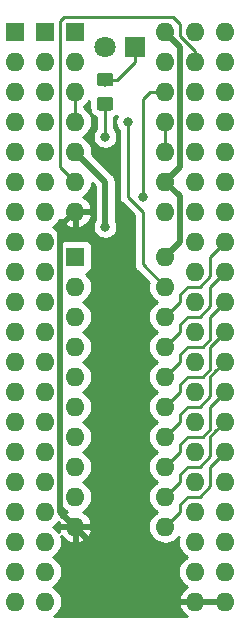
<source format=gtl>
G04 #@! TF.GenerationSoftware,KiCad,Pcbnew,(5.1.2-1)-1*
G04 #@! TF.CreationDate,2023-07-30T19:37:46+02:00*
G04 #@! TF.ProjectId,816to02,38313674-6f30-4322-9e6b-696361645f70,rev?*
G04 #@! TF.SameCoordinates,Original*
G04 #@! TF.FileFunction,Copper,L1,Top*
G04 #@! TF.FilePolarity,Positive*
%FSLAX46Y46*%
G04 Gerber Fmt 4.6, Leading zero omitted, Abs format (unit mm)*
G04 Created by KiCad (PCBNEW (5.1.2-1)-1) date 2023-07-30 19:37:46*
%MOMM*%
%LPD*%
G04 APERTURE LIST*
%ADD10O,1.600000X1.600000*%
%ADD11R,1.600000X1.600000*%
%ADD12C,0.100000*%
%ADD13C,1.150000*%
%ADD14C,1.800000*%
%ADD15R,1.800000X1.800000*%
%ADD16C,0.800000*%
%ADD17C,0.250000*%
%ADD18C,0.500000*%
%ADD19C,0.254000*%
G04 APERTURE END LIST*
D10*
X33655000Y-24130000D03*
X18415000Y-72390000D03*
X33655000Y-26670000D03*
X18415000Y-69850000D03*
X33655000Y-29210000D03*
X18415000Y-67310000D03*
X33655000Y-31750000D03*
X18415000Y-64770000D03*
X33655000Y-34290000D03*
X18415000Y-62230000D03*
X33655000Y-36830000D03*
X18415000Y-59690000D03*
X33655000Y-39370000D03*
X18415000Y-57150000D03*
X33655000Y-41910000D03*
X18415000Y-54610000D03*
X33655000Y-44450000D03*
X18415000Y-52070000D03*
X33655000Y-46990000D03*
X18415000Y-49530000D03*
X33655000Y-49530000D03*
X18415000Y-46990000D03*
X33655000Y-52070000D03*
X18415000Y-44450000D03*
X33655000Y-54610000D03*
X18415000Y-41910000D03*
X33655000Y-57150000D03*
X18415000Y-39370000D03*
X33655000Y-59690000D03*
X18415000Y-36830000D03*
X33655000Y-62230000D03*
X18415000Y-34290000D03*
X33655000Y-64770000D03*
X18415000Y-31750000D03*
X33655000Y-67310000D03*
X18415000Y-29210000D03*
X33655000Y-69850000D03*
X18415000Y-26670000D03*
X33655000Y-72390000D03*
D11*
X18415000Y-24130000D03*
D12*
G36*
X26509505Y-27611204D02*
G01*
X26533773Y-27614804D01*
X26557572Y-27620765D01*
X26580671Y-27629030D01*
X26602850Y-27639520D01*
X26623893Y-27652132D01*
X26643599Y-27666747D01*
X26661777Y-27683223D01*
X26678253Y-27701401D01*
X26692868Y-27721107D01*
X26705480Y-27742150D01*
X26715970Y-27764329D01*
X26724235Y-27787428D01*
X26730196Y-27811227D01*
X26733796Y-27835495D01*
X26735000Y-27859999D01*
X26735000Y-28510001D01*
X26733796Y-28534505D01*
X26730196Y-28558773D01*
X26724235Y-28582572D01*
X26715970Y-28605671D01*
X26705480Y-28627850D01*
X26692868Y-28648893D01*
X26678253Y-28668599D01*
X26661777Y-28686777D01*
X26643599Y-28703253D01*
X26623893Y-28717868D01*
X26602850Y-28730480D01*
X26580671Y-28740970D01*
X26557572Y-28749235D01*
X26533773Y-28755196D01*
X26509505Y-28758796D01*
X26485001Y-28760000D01*
X25584999Y-28760000D01*
X25560495Y-28758796D01*
X25536227Y-28755196D01*
X25512428Y-28749235D01*
X25489329Y-28740970D01*
X25467150Y-28730480D01*
X25446107Y-28717868D01*
X25426401Y-28703253D01*
X25408223Y-28686777D01*
X25391747Y-28668599D01*
X25377132Y-28648893D01*
X25364520Y-28627850D01*
X25354030Y-28605671D01*
X25345765Y-28582572D01*
X25339804Y-28558773D01*
X25336204Y-28534505D01*
X25335000Y-28510001D01*
X25335000Y-27859999D01*
X25336204Y-27835495D01*
X25339804Y-27811227D01*
X25345765Y-27787428D01*
X25354030Y-27764329D01*
X25364520Y-27742150D01*
X25377132Y-27721107D01*
X25391747Y-27701401D01*
X25408223Y-27683223D01*
X25426401Y-27666747D01*
X25446107Y-27652132D01*
X25467150Y-27639520D01*
X25489329Y-27629030D01*
X25512428Y-27620765D01*
X25536227Y-27614804D01*
X25560495Y-27611204D01*
X25584999Y-27610000D01*
X26485001Y-27610000D01*
X26509505Y-27611204D01*
X26509505Y-27611204D01*
G37*
D13*
X26035000Y-28185000D03*
D12*
G36*
X26509505Y-29661204D02*
G01*
X26533773Y-29664804D01*
X26557572Y-29670765D01*
X26580671Y-29679030D01*
X26602850Y-29689520D01*
X26623893Y-29702132D01*
X26643599Y-29716747D01*
X26661777Y-29733223D01*
X26678253Y-29751401D01*
X26692868Y-29771107D01*
X26705480Y-29792150D01*
X26715970Y-29814329D01*
X26724235Y-29837428D01*
X26730196Y-29861227D01*
X26733796Y-29885495D01*
X26735000Y-29909999D01*
X26735000Y-30560001D01*
X26733796Y-30584505D01*
X26730196Y-30608773D01*
X26724235Y-30632572D01*
X26715970Y-30655671D01*
X26705480Y-30677850D01*
X26692868Y-30698893D01*
X26678253Y-30718599D01*
X26661777Y-30736777D01*
X26643599Y-30753253D01*
X26623893Y-30767868D01*
X26602850Y-30780480D01*
X26580671Y-30790970D01*
X26557572Y-30799235D01*
X26533773Y-30805196D01*
X26509505Y-30808796D01*
X26485001Y-30810000D01*
X25584999Y-30810000D01*
X25560495Y-30808796D01*
X25536227Y-30805196D01*
X25512428Y-30799235D01*
X25489329Y-30790970D01*
X25467150Y-30780480D01*
X25446107Y-30767868D01*
X25426401Y-30753253D01*
X25408223Y-30736777D01*
X25391747Y-30718599D01*
X25377132Y-30698893D01*
X25364520Y-30677850D01*
X25354030Y-30655671D01*
X25345765Y-30632572D01*
X25339804Y-30608773D01*
X25336204Y-30584505D01*
X25335000Y-30560001D01*
X25335000Y-29909999D01*
X25336204Y-29885495D01*
X25339804Y-29861227D01*
X25345765Y-29837428D01*
X25354030Y-29814329D01*
X25364520Y-29792150D01*
X25377132Y-29771107D01*
X25391747Y-29751401D01*
X25408223Y-29733223D01*
X25426401Y-29716747D01*
X25446107Y-29702132D01*
X25467150Y-29689520D01*
X25489329Y-29679030D01*
X25512428Y-29670765D01*
X25536227Y-29664804D01*
X25560495Y-29661204D01*
X25584999Y-29660000D01*
X26485001Y-29660000D01*
X26509505Y-29661204D01*
X26509505Y-29661204D01*
G37*
D13*
X26035000Y-30235000D03*
D14*
X26035000Y-25400000D03*
D15*
X28575000Y-25400000D03*
D10*
X31115000Y-24130000D03*
X23495000Y-39370000D03*
X31115000Y-26670000D03*
X23495000Y-36830000D03*
X31115000Y-29210000D03*
X23495000Y-34290000D03*
X31115000Y-31750000D03*
X23495000Y-31750000D03*
X31115000Y-34290000D03*
X23495000Y-29210000D03*
X31115000Y-36830000D03*
X23495000Y-26670000D03*
X31115000Y-39370000D03*
D11*
X23495000Y-24130000D03*
D10*
X31115000Y-43180000D03*
X23495000Y-66040000D03*
X31115000Y-45720000D03*
X23495000Y-63500000D03*
X31115000Y-48260000D03*
X23495000Y-60960000D03*
X31115000Y-50800000D03*
X23495000Y-58420000D03*
X31115000Y-53340000D03*
X23495000Y-55880000D03*
X31115000Y-55880000D03*
X23495000Y-53340000D03*
X31115000Y-58420000D03*
X23495000Y-50800000D03*
X31115000Y-60960000D03*
X23495000Y-48260000D03*
X31115000Y-63500000D03*
X23495000Y-45720000D03*
X31115000Y-66040000D03*
D11*
X23495000Y-43180000D03*
D10*
X36195000Y-24130000D03*
X20955000Y-72390000D03*
X36195000Y-26670000D03*
X20955000Y-69850000D03*
X36195000Y-29210000D03*
X20955000Y-67310000D03*
X36195000Y-31750000D03*
X20955000Y-64770000D03*
X36195000Y-34290000D03*
X20955000Y-62230000D03*
X36195000Y-36830000D03*
X20955000Y-59690000D03*
X36195000Y-39370000D03*
X20955000Y-57150000D03*
X36195000Y-41910000D03*
X20955000Y-54610000D03*
X36195000Y-44450000D03*
X20955000Y-52070000D03*
X36195000Y-46990000D03*
X20955000Y-49530000D03*
X36195000Y-49530000D03*
X20955000Y-46990000D03*
X36195000Y-52070000D03*
X20955000Y-44450000D03*
X36195000Y-54610000D03*
X20955000Y-41910000D03*
X36195000Y-57150000D03*
X20955000Y-39370000D03*
X36195000Y-59690000D03*
X20955000Y-36830000D03*
X36195000Y-62230000D03*
X20955000Y-34290000D03*
X36195000Y-64770000D03*
X20955000Y-31750000D03*
X36195000Y-67310000D03*
X20955000Y-29210000D03*
X36195000Y-69850000D03*
X20955000Y-26670000D03*
X36195000Y-72390000D03*
D11*
X20955000Y-24130000D03*
D16*
X26035000Y-40640000D03*
X27940000Y-31750000D03*
X29210000Y-38100000D03*
X26035000Y-33020000D03*
D17*
X31750000Y-22860000D02*
X32385000Y-23495000D01*
X23495000Y-36830000D02*
X22225000Y-35560000D01*
X22579998Y-22860000D02*
X31750000Y-22860000D01*
X22225000Y-23214998D02*
X22579998Y-22860000D01*
X22225000Y-35560000D02*
X22225000Y-23214998D01*
X33655000Y-25795002D02*
X33655000Y-26670000D01*
X32385000Y-24525002D02*
X33655000Y-25795002D01*
X32385000Y-23495000D02*
X32385000Y-24525002D01*
D18*
X31115000Y-36830000D02*
X32385000Y-35560000D01*
X32385000Y-35560000D02*
X32385000Y-25400000D01*
X32385000Y-25400000D02*
X31115000Y-24130000D01*
X32365001Y-41929999D02*
X31914999Y-42380001D01*
X31914999Y-42380001D02*
X31115000Y-43180000D01*
X32365001Y-38080001D02*
X32365001Y-41929999D01*
X31115000Y-36830000D02*
X32365001Y-38080001D01*
X26035000Y-40640000D02*
X26035000Y-36830000D01*
X26035000Y-36830000D02*
X23495000Y-34290000D01*
D17*
X23495000Y-29210000D02*
X23495000Y-31750000D01*
X27940000Y-38100000D02*
X27940000Y-31750000D01*
X29210000Y-39370000D02*
X27940000Y-38100000D01*
X29210000Y-43815000D02*
X29210000Y-39370000D01*
X31115000Y-45720000D02*
X29210000Y-43815000D01*
X27940000Y-31750000D02*
X27940000Y-31750000D01*
D18*
X33655000Y-72390000D02*
X36195000Y-72390000D01*
X33655000Y-72390000D02*
X32965002Y-72390000D01*
X22244999Y-64789999D02*
X23495000Y-66040000D01*
X22244999Y-40620001D02*
X22244999Y-64789999D01*
X23495000Y-39370000D02*
X22244999Y-40620001D01*
X29845000Y-72390000D02*
X33655000Y-72390000D01*
X23495000Y-66040000D02*
X29845000Y-72390000D01*
D17*
X34925000Y-43180000D02*
X36195000Y-41910000D01*
X34925000Y-44845002D02*
X34925000Y-43180000D01*
X34050002Y-45720000D02*
X34925000Y-44845002D01*
X33020000Y-45720000D02*
X34050002Y-45720000D01*
X32385000Y-46355000D02*
X33020000Y-45720000D01*
X32385000Y-46990000D02*
X31115000Y-48260000D01*
X32385000Y-46355000D02*
X32385000Y-46990000D01*
X33020000Y-48260000D02*
X32385000Y-48895000D01*
X34050002Y-48260000D02*
X33020000Y-48260000D01*
X34925000Y-45720000D02*
X34925000Y-47385002D01*
X34925000Y-47385002D02*
X34050002Y-48260000D01*
X36195000Y-44450000D02*
X34925000Y-45720000D01*
X32385000Y-48895000D02*
X32385000Y-49530000D01*
X32385000Y-49530000D02*
X31115000Y-50800000D01*
X32385000Y-51435000D02*
X32385000Y-52070000D01*
X33020000Y-50800000D02*
X32385000Y-51435000D01*
X34290000Y-50800000D02*
X33020000Y-50800000D01*
X32385000Y-52070000D02*
X31115000Y-53340000D01*
X36195000Y-46990000D02*
X34925000Y-48260000D01*
X34925000Y-50165000D02*
X34290000Y-50800000D01*
X34925000Y-48260000D02*
X34925000Y-50165000D01*
X35395001Y-50329999D02*
X36195000Y-49530000D01*
X34925000Y-52705000D02*
X34925000Y-50801410D01*
X35395001Y-50331409D02*
X35395001Y-50329999D01*
X34925000Y-50801410D02*
X35395001Y-50331409D01*
X32385000Y-54610000D02*
X32385000Y-53975000D01*
X33020000Y-53340000D02*
X34290000Y-53340000D01*
X31115000Y-55880000D02*
X32385000Y-54610000D01*
X34290000Y-53340000D02*
X34925000Y-52705000D01*
X32385000Y-53975000D02*
X33020000Y-53340000D01*
X35375010Y-52889990D02*
X35375009Y-52891401D01*
X36195000Y-52070000D02*
X35375010Y-52889990D01*
X35375009Y-52891401D02*
X34925000Y-53341410D01*
X34925000Y-55005002D02*
X34050002Y-55880000D01*
X34925000Y-53341410D02*
X34925000Y-55005002D01*
X34050002Y-55880000D02*
X33020000Y-55880000D01*
X33020000Y-55880000D02*
X32385000Y-56515000D01*
X32385000Y-56515000D02*
X32385000Y-57150000D01*
X32385000Y-57150000D02*
X31115000Y-58420000D01*
X32385000Y-59690000D02*
X31115000Y-60960000D01*
X34290000Y-58420000D02*
X33020000Y-58420000D01*
X32385000Y-59055000D02*
X32385000Y-59690000D01*
X33020000Y-58420000D02*
X32385000Y-59055000D01*
X34925000Y-57785000D02*
X34290000Y-58420000D01*
X34925000Y-55880000D02*
X34925000Y-57785000D01*
X36195000Y-54610000D02*
X34925000Y-55880000D01*
X32385000Y-62230000D02*
X31115000Y-63500000D01*
X32385000Y-61595000D02*
X32385000Y-62230000D01*
X34050002Y-60960000D02*
X33020000Y-60960000D01*
X34925000Y-60085002D02*
X34050002Y-60960000D01*
X33020000Y-60960000D02*
X32385000Y-61595000D01*
X34925000Y-58421410D02*
X34925000Y-60085002D01*
X35375009Y-57971401D02*
X34925000Y-58421410D01*
X35375010Y-57969990D02*
X35375009Y-57971401D01*
X36195000Y-57150000D02*
X35375010Y-57969990D01*
X29845000Y-29210000D02*
X31115000Y-29210000D01*
X29210000Y-29845000D02*
X29845000Y-29210000D01*
X29210000Y-38100000D02*
X29210000Y-29845000D01*
X32385000Y-64770000D02*
X31115000Y-66040000D01*
X32385000Y-64135000D02*
X32385000Y-64770000D01*
X34050002Y-63500000D02*
X33020000Y-63500000D01*
X34925000Y-62625002D02*
X34050002Y-63500000D01*
X33020000Y-63500000D02*
X32385000Y-64135000D01*
X34925000Y-60960000D02*
X34925000Y-62625002D01*
X36195000Y-59690000D02*
X34925000Y-60960000D01*
X31115000Y-31750000D02*
X31115000Y-34290000D01*
X26035000Y-28185000D02*
X27060000Y-28185000D01*
X28575000Y-26670000D02*
X28575000Y-25400000D01*
X27060000Y-28185000D02*
X28575000Y-26670000D01*
X26035000Y-30235000D02*
X26035000Y-33020000D01*
D19*
G36*
X24696928Y-30560001D02*
G01*
X24713992Y-30733255D01*
X24764528Y-30899851D01*
X24846595Y-31053387D01*
X24957038Y-31187962D01*
X25091613Y-31298405D01*
X25245149Y-31380472D01*
X25275000Y-31389527D01*
X25275001Y-32316288D01*
X25231063Y-32360226D01*
X25117795Y-32529744D01*
X25039774Y-32718102D01*
X25000000Y-32918061D01*
X25000000Y-33121939D01*
X25039774Y-33321898D01*
X25117795Y-33510256D01*
X25231063Y-33679774D01*
X25375226Y-33823937D01*
X25544744Y-33937205D01*
X25733102Y-34015226D01*
X25933061Y-34055000D01*
X26136939Y-34055000D01*
X26336898Y-34015226D01*
X26525256Y-33937205D01*
X26694774Y-33823937D01*
X26838937Y-33679774D01*
X26952205Y-33510256D01*
X27030226Y-33321898D01*
X27070000Y-33121939D01*
X27070000Y-32918061D01*
X27030226Y-32718102D01*
X26952205Y-32529744D01*
X26838937Y-32360226D01*
X26795000Y-32316289D01*
X26795000Y-31389527D01*
X26824851Y-31380472D01*
X26978387Y-31298405D01*
X27021404Y-31263102D01*
X26944774Y-31448102D01*
X26905000Y-31648061D01*
X26905000Y-31851939D01*
X26944774Y-32051898D01*
X27022795Y-32240256D01*
X27136063Y-32409774D01*
X27180001Y-32453712D01*
X27180000Y-38062677D01*
X27176324Y-38100000D01*
X27180000Y-38137322D01*
X27180000Y-38137332D01*
X27190997Y-38248985D01*
X27221758Y-38350392D01*
X27234454Y-38392246D01*
X27305026Y-38524276D01*
X27341648Y-38568899D01*
X27399999Y-38640001D01*
X27429003Y-38663804D01*
X28450001Y-39684803D01*
X28450000Y-43777677D01*
X28446324Y-43815000D01*
X28450000Y-43852322D01*
X28450000Y-43852332D01*
X28460997Y-43963985D01*
X28501043Y-44096000D01*
X28504454Y-44107246D01*
X28575026Y-44239276D01*
X28609435Y-44281203D01*
X28669999Y-44355001D01*
X28699003Y-44378804D01*
X29714292Y-45394094D01*
X29700764Y-45438691D01*
X29673057Y-45720000D01*
X29700764Y-46001309D01*
X29782818Y-46271808D01*
X29916068Y-46521101D01*
X30095392Y-46739608D01*
X30313899Y-46918932D01*
X30446858Y-46990000D01*
X30313899Y-47061068D01*
X30095392Y-47240392D01*
X29916068Y-47458899D01*
X29782818Y-47708192D01*
X29700764Y-47978691D01*
X29673057Y-48260000D01*
X29700764Y-48541309D01*
X29782818Y-48811808D01*
X29916068Y-49061101D01*
X30095392Y-49279608D01*
X30313899Y-49458932D01*
X30446858Y-49530000D01*
X30313899Y-49601068D01*
X30095392Y-49780392D01*
X29916068Y-49998899D01*
X29782818Y-50248192D01*
X29700764Y-50518691D01*
X29673057Y-50800000D01*
X29700764Y-51081309D01*
X29782818Y-51351808D01*
X29916068Y-51601101D01*
X30095392Y-51819608D01*
X30313899Y-51998932D01*
X30446858Y-52070000D01*
X30313899Y-52141068D01*
X30095392Y-52320392D01*
X29916068Y-52538899D01*
X29782818Y-52788192D01*
X29700764Y-53058691D01*
X29673057Y-53340000D01*
X29700764Y-53621309D01*
X29782818Y-53891808D01*
X29916068Y-54141101D01*
X30095392Y-54359608D01*
X30313899Y-54538932D01*
X30446858Y-54610000D01*
X30313899Y-54681068D01*
X30095392Y-54860392D01*
X29916068Y-55078899D01*
X29782818Y-55328192D01*
X29700764Y-55598691D01*
X29673057Y-55880000D01*
X29700764Y-56161309D01*
X29782818Y-56431808D01*
X29916068Y-56681101D01*
X30095392Y-56899608D01*
X30313899Y-57078932D01*
X30446858Y-57150000D01*
X30313899Y-57221068D01*
X30095392Y-57400392D01*
X29916068Y-57618899D01*
X29782818Y-57868192D01*
X29700764Y-58138691D01*
X29673057Y-58420000D01*
X29700764Y-58701309D01*
X29782818Y-58971808D01*
X29916068Y-59221101D01*
X30095392Y-59439608D01*
X30313899Y-59618932D01*
X30446858Y-59690000D01*
X30313899Y-59761068D01*
X30095392Y-59940392D01*
X29916068Y-60158899D01*
X29782818Y-60408192D01*
X29700764Y-60678691D01*
X29673057Y-60960000D01*
X29700764Y-61241309D01*
X29782818Y-61511808D01*
X29916068Y-61761101D01*
X30095392Y-61979608D01*
X30313899Y-62158932D01*
X30446858Y-62230000D01*
X30313899Y-62301068D01*
X30095392Y-62480392D01*
X29916068Y-62698899D01*
X29782818Y-62948192D01*
X29700764Y-63218691D01*
X29673057Y-63500000D01*
X29700764Y-63781309D01*
X29782818Y-64051808D01*
X29916068Y-64301101D01*
X30095392Y-64519608D01*
X30313899Y-64698932D01*
X30446858Y-64770000D01*
X30313899Y-64841068D01*
X30095392Y-65020392D01*
X29916068Y-65238899D01*
X29782818Y-65488192D01*
X29700764Y-65758691D01*
X29673057Y-66040000D01*
X29700764Y-66321309D01*
X29782818Y-66591808D01*
X29916068Y-66841101D01*
X30095392Y-67059608D01*
X30313899Y-67238932D01*
X30563192Y-67372182D01*
X30833691Y-67454236D01*
X31044508Y-67475000D01*
X31185492Y-67475000D01*
X31396309Y-67454236D01*
X31666808Y-67372182D01*
X31916101Y-67238932D01*
X32134608Y-67059608D01*
X32288132Y-66872539D01*
X32240764Y-67028691D01*
X32213057Y-67310000D01*
X32240764Y-67591309D01*
X32322818Y-67861808D01*
X32456068Y-68111101D01*
X32635392Y-68329608D01*
X32853899Y-68508932D01*
X32986858Y-68580000D01*
X32853899Y-68651068D01*
X32635392Y-68830392D01*
X32456068Y-69048899D01*
X32322818Y-69298192D01*
X32240764Y-69568691D01*
X32213057Y-69850000D01*
X32240764Y-70131309D01*
X32322818Y-70401808D01*
X32456068Y-70651101D01*
X32635392Y-70869608D01*
X32853899Y-71048932D01*
X32991682Y-71122579D01*
X32799869Y-71237615D01*
X32591481Y-71426586D01*
X32423963Y-71652580D01*
X32303754Y-71906913D01*
X32263096Y-72040961D01*
X32385085Y-72263000D01*
X33528000Y-72263000D01*
X33528000Y-72243000D01*
X33782000Y-72243000D01*
X33782000Y-72263000D01*
X34924915Y-72263000D01*
X34925000Y-72262845D01*
X34925085Y-72263000D01*
X36068000Y-72263000D01*
X36068000Y-72243000D01*
X36322000Y-72243000D01*
X36322000Y-72263000D01*
X36342000Y-72263000D01*
X36342000Y-72517000D01*
X36322000Y-72517000D01*
X36322000Y-72537000D01*
X36068000Y-72537000D01*
X36068000Y-72517000D01*
X34925085Y-72517000D01*
X34925000Y-72517155D01*
X34924915Y-72517000D01*
X33782000Y-72517000D01*
X33782000Y-72537000D01*
X33528000Y-72537000D01*
X33528000Y-72517000D01*
X32385085Y-72517000D01*
X32263096Y-72739039D01*
X32303754Y-72873087D01*
X32423963Y-73127420D01*
X32591481Y-73353414D01*
X32799869Y-73542385D01*
X32954297Y-73635000D01*
X21669914Y-73635000D01*
X21756101Y-73588932D01*
X21974608Y-73409608D01*
X22153932Y-73191101D01*
X22287182Y-72941808D01*
X22369236Y-72671309D01*
X22396943Y-72390000D01*
X22369236Y-72108691D01*
X22287182Y-71838192D01*
X22153932Y-71588899D01*
X21974608Y-71370392D01*
X21756101Y-71191068D01*
X21623142Y-71120000D01*
X21756101Y-71048932D01*
X21974608Y-70869608D01*
X22153932Y-70651101D01*
X22287182Y-70401808D01*
X22369236Y-70131309D01*
X22396943Y-69850000D01*
X22369236Y-69568691D01*
X22287182Y-69298192D01*
X22153932Y-69048899D01*
X21974608Y-68830392D01*
X21756101Y-68651068D01*
X21623142Y-68580000D01*
X21756101Y-68508932D01*
X21974608Y-68329608D01*
X22153932Y-68111101D01*
X22287182Y-67861808D01*
X22369236Y-67591309D01*
X22396943Y-67310000D01*
X22369236Y-67028691D01*
X22313139Y-66843762D01*
X22431481Y-67003414D01*
X22639869Y-67192385D01*
X22881119Y-67337070D01*
X23145960Y-67431909D01*
X23368000Y-67310624D01*
X23368000Y-66167000D01*
X23622000Y-66167000D01*
X23622000Y-67310624D01*
X23844040Y-67431909D01*
X24108881Y-67337070D01*
X24350131Y-67192385D01*
X24558519Y-67003414D01*
X24726037Y-66777420D01*
X24846246Y-66523087D01*
X24886904Y-66389039D01*
X24764915Y-66167000D01*
X23622000Y-66167000D01*
X23368000Y-66167000D01*
X22225085Y-66167000D01*
X22103096Y-66389039D01*
X22130961Y-66480909D01*
X21974608Y-66290392D01*
X21756101Y-66111068D01*
X21623142Y-66040000D01*
X21756101Y-65968932D01*
X21974608Y-65789608D01*
X22130961Y-65599091D01*
X22103096Y-65690961D01*
X22225085Y-65913000D01*
X23368000Y-65913000D01*
X23368000Y-65893000D01*
X23622000Y-65893000D01*
X23622000Y-65913000D01*
X24764915Y-65913000D01*
X24886904Y-65690961D01*
X24846246Y-65556913D01*
X24726037Y-65302580D01*
X24558519Y-65076586D01*
X24350131Y-64887615D01*
X24158318Y-64772579D01*
X24296101Y-64698932D01*
X24514608Y-64519608D01*
X24693932Y-64301101D01*
X24827182Y-64051808D01*
X24909236Y-63781309D01*
X24936943Y-63500000D01*
X24909236Y-63218691D01*
X24827182Y-62948192D01*
X24693932Y-62698899D01*
X24514608Y-62480392D01*
X24296101Y-62301068D01*
X24163142Y-62230000D01*
X24296101Y-62158932D01*
X24514608Y-61979608D01*
X24693932Y-61761101D01*
X24827182Y-61511808D01*
X24909236Y-61241309D01*
X24936943Y-60960000D01*
X24909236Y-60678691D01*
X24827182Y-60408192D01*
X24693932Y-60158899D01*
X24514608Y-59940392D01*
X24296101Y-59761068D01*
X24163142Y-59690000D01*
X24296101Y-59618932D01*
X24514608Y-59439608D01*
X24693932Y-59221101D01*
X24827182Y-58971808D01*
X24909236Y-58701309D01*
X24936943Y-58420000D01*
X24909236Y-58138691D01*
X24827182Y-57868192D01*
X24693932Y-57618899D01*
X24514608Y-57400392D01*
X24296101Y-57221068D01*
X24163142Y-57150000D01*
X24296101Y-57078932D01*
X24514608Y-56899608D01*
X24693932Y-56681101D01*
X24827182Y-56431808D01*
X24909236Y-56161309D01*
X24936943Y-55880000D01*
X24909236Y-55598691D01*
X24827182Y-55328192D01*
X24693932Y-55078899D01*
X24514608Y-54860392D01*
X24296101Y-54681068D01*
X24163142Y-54610000D01*
X24296101Y-54538932D01*
X24514608Y-54359608D01*
X24693932Y-54141101D01*
X24827182Y-53891808D01*
X24909236Y-53621309D01*
X24936943Y-53340000D01*
X24909236Y-53058691D01*
X24827182Y-52788192D01*
X24693932Y-52538899D01*
X24514608Y-52320392D01*
X24296101Y-52141068D01*
X24163142Y-52070000D01*
X24296101Y-51998932D01*
X24514608Y-51819608D01*
X24693932Y-51601101D01*
X24827182Y-51351808D01*
X24909236Y-51081309D01*
X24936943Y-50800000D01*
X24909236Y-50518691D01*
X24827182Y-50248192D01*
X24693932Y-49998899D01*
X24514608Y-49780392D01*
X24296101Y-49601068D01*
X24163142Y-49530000D01*
X24296101Y-49458932D01*
X24514608Y-49279608D01*
X24693932Y-49061101D01*
X24827182Y-48811808D01*
X24909236Y-48541309D01*
X24936943Y-48260000D01*
X24909236Y-47978691D01*
X24827182Y-47708192D01*
X24693932Y-47458899D01*
X24514608Y-47240392D01*
X24296101Y-47061068D01*
X24163142Y-46990000D01*
X24296101Y-46918932D01*
X24514608Y-46739608D01*
X24693932Y-46521101D01*
X24827182Y-46271808D01*
X24909236Y-46001309D01*
X24936943Y-45720000D01*
X24909236Y-45438691D01*
X24827182Y-45168192D01*
X24693932Y-44918899D01*
X24514608Y-44700392D01*
X24401518Y-44607581D01*
X24419482Y-44605812D01*
X24539180Y-44569502D01*
X24649494Y-44510537D01*
X24746185Y-44431185D01*
X24825537Y-44334494D01*
X24884502Y-44224180D01*
X24920812Y-44104482D01*
X24933072Y-43980000D01*
X24933072Y-42380000D01*
X24920812Y-42255518D01*
X24884502Y-42135820D01*
X24825537Y-42025506D01*
X24746185Y-41928815D01*
X24649494Y-41849463D01*
X24539180Y-41790498D01*
X24419482Y-41754188D01*
X24295000Y-41741928D01*
X22695000Y-41741928D01*
X22570518Y-41754188D01*
X22450820Y-41790498D01*
X22388456Y-41823833D01*
X22369236Y-41628691D01*
X22287182Y-41358192D01*
X22153932Y-41108899D01*
X21974608Y-40890392D01*
X21756101Y-40711068D01*
X21623142Y-40640000D01*
X21756101Y-40568932D01*
X21974608Y-40389608D01*
X22153932Y-40171101D01*
X22228301Y-40031967D01*
X22263963Y-40107420D01*
X22431481Y-40333414D01*
X22639869Y-40522385D01*
X22881119Y-40667070D01*
X23145960Y-40761909D01*
X23368000Y-40640624D01*
X23368000Y-39497000D01*
X23622000Y-39497000D01*
X23622000Y-40640624D01*
X23844040Y-40761909D01*
X24108881Y-40667070D01*
X24350131Y-40522385D01*
X24558519Y-40333414D01*
X24726037Y-40107420D01*
X24846246Y-39853087D01*
X24886904Y-39719039D01*
X24764915Y-39497000D01*
X23622000Y-39497000D01*
X23368000Y-39497000D01*
X23348000Y-39497000D01*
X23348000Y-39243000D01*
X23368000Y-39243000D01*
X23368000Y-39223000D01*
X23622000Y-39223000D01*
X23622000Y-39243000D01*
X24764915Y-39243000D01*
X24886904Y-39020961D01*
X24846246Y-38886913D01*
X24726037Y-38632580D01*
X24558519Y-38406586D01*
X24350131Y-38217615D01*
X24158318Y-38102579D01*
X24296101Y-38028932D01*
X24514608Y-37849608D01*
X24693932Y-37631101D01*
X24827182Y-37381808D01*
X24909236Y-37111309D01*
X24923178Y-36969757D01*
X25150001Y-37196580D01*
X25150000Y-40101545D01*
X25117795Y-40149744D01*
X25039774Y-40338102D01*
X25000000Y-40538061D01*
X25000000Y-40741939D01*
X25039774Y-40941898D01*
X25117795Y-41130256D01*
X25231063Y-41299774D01*
X25375226Y-41443937D01*
X25544744Y-41557205D01*
X25733102Y-41635226D01*
X25933061Y-41675000D01*
X26136939Y-41675000D01*
X26336898Y-41635226D01*
X26525256Y-41557205D01*
X26694774Y-41443937D01*
X26838937Y-41299774D01*
X26952205Y-41130256D01*
X27030226Y-40941898D01*
X27070000Y-40741939D01*
X27070000Y-40538061D01*
X27030226Y-40338102D01*
X26952205Y-40149744D01*
X26920000Y-40101546D01*
X26920000Y-36873465D01*
X26924281Y-36829999D01*
X26920000Y-36786533D01*
X26920000Y-36786523D01*
X26907195Y-36656510D01*
X26856589Y-36489687D01*
X26774411Y-36335941D01*
X26716639Y-36265546D01*
X26691532Y-36234953D01*
X26691530Y-36234951D01*
X26663817Y-36201183D01*
X26630049Y-36173470D01*
X24919875Y-34463296D01*
X24936943Y-34290000D01*
X24909236Y-34008691D01*
X24827182Y-33738192D01*
X24693932Y-33488899D01*
X24514608Y-33270392D01*
X24296101Y-33091068D01*
X24163142Y-33020000D01*
X24296101Y-32948932D01*
X24514608Y-32769608D01*
X24693932Y-32551101D01*
X24827182Y-32301808D01*
X24909236Y-32031309D01*
X24936943Y-31750000D01*
X24909236Y-31468691D01*
X24827182Y-31198192D01*
X24693932Y-30948899D01*
X24514608Y-30730392D01*
X24296101Y-30551068D01*
X24255000Y-30529099D01*
X24255000Y-30430901D01*
X24296101Y-30408932D01*
X24514608Y-30229608D01*
X24693932Y-30011101D01*
X24696928Y-30005496D01*
X24696928Y-30560001D01*
X24696928Y-30560001D01*
G37*
X24696928Y-30560001D02*
X24713992Y-30733255D01*
X24764528Y-30899851D01*
X24846595Y-31053387D01*
X24957038Y-31187962D01*
X25091613Y-31298405D01*
X25245149Y-31380472D01*
X25275000Y-31389527D01*
X25275001Y-32316288D01*
X25231063Y-32360226D01*
X25117795Y-32529744D01*
X25039774Y-32718102D01*
X25000000Y-32918061D01*
X25000000Y-33121939D01*
X25039774Y-33321898D01*
X25117795Y-33510256D01*
X25231063Y-33679774D01*
X25375226Y-33823937D01*
X25544744Y-33937205D01*
X25733102Y-34015226D01*
X25933061Y-34055000D01*
X26136939Y-34055000D01*
X26336898Y-34015226D01*
X26525256Y-33937205D01*
X26694774Y-33823937D01*
X26838937Y-33679774D01*
X26952205Y-33510256D01*
X27030226Y-33321898D01*
X27070000Y-33121939D01*
X27070000Y-32918061D01*
X27030226Y-32718102D01*
X26952205Y-32529744D01*
X26838937Y-32360226D01*
X26795000Y-32316289D01*
X26795000Y-31389527D01*
X26824851Y-31380472D01*
X26978387Y-31298405D01*
X27021404Y-31263102D01*
X26944774Y-31448102D01*
X26905000Y-31648061D01*
X26905000Y-31851939D01*
X26944774Y-32051898D01*
X27022795Y-32240256D01*
X27136063Y-32409774D01*
X27180001Y-32453712D01*
X27180000Y-38062677D01*
X27176324Y-38100000D01*
X27180000Y-38137322D01*
X27180000Y-38137332D01*
X27190997Y-38248985D01*
X27221758Y-38350392D01*
X27234454Y-38392246D01*
X27305026Y-38524276D01*
X27341648Y-38568899D01*
X27399999Y-38640001D01*
X27429003Y-38663804D01*
X28450001Y-39684803D01*
X28450000Y-43777677D01*
X28446324Y-43815000D01*
X28450000Y-43852322D01*
X28450000Y-43852332D01*
X28460997Y-43963985D01*
X28501043Y-44096000D01*
X28504454Y-44107246D01*
X28575026Y-44239276D01*
X28609435Y-44281203D01*
X28669999Y-44355001D01*
X28699003Y-44378804D01*
X29714292Y-45394094D01*
X29700764Y-45438691D01*
X29673057Y-45720000D01*
X29700764Y-46001309D01*
X29782818Y-46271808D01*
X29916068Y-46521101D01*
X30095392Y-46739608D01*
X30313899Y-46918932D01*
X30446858Y-46990000D01*
X30313899Y-47061068D01*
X30095392Y-47240392D01*
X29916068Y-47458899D01*
X29782818Y-47708192D01*
X29700764Y-47978691D01*
X29673057Y-48260000D01*
X29700764Y-48541309D01*
X29782818Y-48811808D01*
X29916068Y-49061101D01*
X30095392Y-49279608D01*
X30313899Y-49458932D01*
X30446858Y-49530000D01*
X30313899Y-49601068D01*
X30095392Y-49780392D01*
X29916068Y-49998899D01*
X29782818Y-50248192D01*
X29700764Y-50518691D01*
X29673057Y-50800000D01*
X29700764Y-51081309D01*
X29782818Y-51351808D01*
X29916068Y-51601101D01*
X30095392Y-51819608D01*
X30313899Y-51998932D01*
X30446858Y-52070000D01*
X30313899Y-52141068D01*
X30095392Y-52320392D01*
X29916068Y-52538899D01*
X29782818Y-52788192D01*
X29700764Y-53058691D01*
X29673057Y-53340000D01*
X29700764Y-53621309D01*
X29782818Y-53891808D01*
X29916068Y-54141101D01*
X30095392Y-54359608D01*
X30313899Y-54538932D01*
X30446858Y-54610000D01*
X30313899Y-54681068D01*
X30095392Y-54860392D01*
X29916068Y-55078899D01*
X29782818Y-55328192D01*
X29700764Y-55598691D01*
X29673057Y-55880000D01*
X29700764Y-56161309D01*
X29782818Y-56431808D01*
X29916068Y-56681101D01*
X30095392Y-56899608D01*
X30313899Y-57078932D01*
X30446858Y-57150000D01*
X30313899Y-57221068D01*
X30095392Y-57400392D01*
X29916068Y-57618899D01*
X29782818Y-57868192D01*
X29700764Y-58138691D01*
X29673057Y-58420000D01*
X29700764Y-58701309D01*
X29782818Y-58971808D01*
X29916068Y-59221101D01*
X30095392Y-59439608D01*
X30313899Y-59618932D01*
X30446858Y-59690000D01*
X30313899Y-59761068D01*
X30095392Y-59940392D01*
X29916068Y-60158899D01*
X29782818Y-60408192D01*
X29700764Y-60678691D01*
X29673057Y-60960000D01*
X29700764Y-61241309D01*
X29782818Y-61511808D01*
X29916068Y-61761101D01*
X30095392Y-61979608D01*
X30313899Y-62158932D01*
X30446858Y-62230000D01*
X30313899Y-62301068D01*
X30095392Y-62480392D01*
X29916068Y-62698899D01*
X29782818Y-62948192D01*
X29700764Y-63218691D01*
X29673057Y-63500000D01*
X29700764Y-63781309D01*
X29782818Y-64051808D01*
X29916068Y-64301101D01*
X30095392Y-64519608D01*
X30313899Y-64698932D01*
X30446858Y-64770000D01*
X30313899Y-64841068D01*
X30095392Y-65020392D01*
X29916068Y-65238899D01*
X29782818Y-65488192D01*
X29700764Y-65758691D01*
X29673057Y-66040000D01*
X29700764Y-66321309D01*
X29782818Y-66591808D01*
X29916068Y-66841101D01*
X30095392Y-67059608D01*
X30313899Y-67238932D01*
X30563192Y-67372182D01*
X30833691Y-67454236D01*
X31044508Y-67475000D01*
X31185492Y-67475000D01*
X31396309Y-67454236D01*
X31666808Y-67372182D01*
X31916101Y-67238932D01*
X32134608Y-67059608D01*
X32288132Y-66872539D01*
X32240764Y-67028691D01*
X32213057Y-67310000D01*
X32240764Y-67591309D01*
X32322818Y-67861808D01*
X32456068Y-68111101D01*
X32635392Y-68329608D01*
X32853899Y-68508932D01*
X32986858Y-68580000D01*
X32853899Y-68651068D01*
X32635392Y-68830392D01*
X32456068Y-69048899D01*
X32322818Y-69298192D01*
X32240764Y-69568691D01*
X32213057Y-69850000D01*
X32240764Y-70131309D01*
X32322818Y-70401808D01*
X32456068Y-70651101D01*
X32635392Y-70869608D01*
X32853899Y-71048932D01*
X32991682Y-71122579D01*
X32799869Y-71237615D01*
X32591481Y-71426586D01*
X32423963Y-71652580D01*
X32303754Y-71906913D01*
X32263096Y-72040961D01*
X32385085Y-72263000D01*
X33528000Y-72263000D01*
X33528000Y-72243000D01*
X33782000Y-72243000D01*
X33782000Y-72263000D01*
X34924915Y-72263000D01*
X34925000Y-72262845D01*
X34925085Y-72263000D01*
X36068000Y-72263000D01*
X36068000Y-72243000D01*
X36322000Y-72243000D01*
X36322000Y-72263000D01*
X36342000Y-72263000D01*
X36342000Y-72517000D01*
X36322000Y-72517000D01*
X36322000Y-72537000D01*
X36068000Y-72537000D01*
X36068000Y-72517000D01*
X34925085Y-72517000D01*
X34925000Y-72517155D01*
X34924915Y-72517000D01*
X33782000Y-72517000D01*
X33782000Y-72537000D01*
X33528000Y-72537000D01*
X33528000Y-72517000D01*
X32385085Y-72517000D01*
X32263096Y-72739039D01*
X32303754Y-72873087D01*
X32423963Y-73127420D01*
X32591481Y-73353414D01*
X32799869Y-73542385D01*
X32954297Y-73635000D01*
X21669914Y-73635000D01*
X21756101Y-73588932D01*
X21974608Y-73409608D01*
X22153932Y-73191101D01*
X22287182Y-72941808D01*
X22369236Y-72671309D01*
X22396943Y-72390000D01*
X22369236Y-72108691D01*
X22287182Y-71838192D01*
X22153932Y-71588899D01*
X21974608Y-71370392D01*
X21756101Y-71191068D01*
X21623142Y-71120000D01*
X21756101Y-71048932D01*
X21974608Y-70869608D01*
X22153932Y-70651101D01*
X22287182Y-70401808D01*
X22369236Y-70131309D01*
X22396943Y-69850000D01*
X22369236Y-69568691D01*
X22287182Y-69298192D01*
X22153932Y-69048899D01*
X21974608Y-68830392D01*
X21756101Y-68651068D01*
X21623142Y-68580000D01*
X21756101Y-68508932D01*
X21974608Y-68329608D01*
X22153932Y-68111101D01*
X22287182Y-67861808D01*
X22369236Y-67591309D01*
X22396943Y-67310000D01*
X22369236Y-67028691D01*
X22313139Y-66843762D01*
X22431481Y-67003414D01*
X22639869Y-67192385D01*
X22881119Y-67337070D01*
X23145960Y-67431909D01*
X23368000Y-67310624D01*
X23368000Y-66167000D01*
X23622000Y-66167000D01*
X23622000Y-67310624D01*
X23844040Y-67431909D01*
X24108881Y-67337070D01*
X24350131Y-67192385D01*
X24558519Y-67003414D01*
X24726037Y-66777420D01*
X24846246Y-66523087D01*
X24886904Y-66389039D01*
X24764915Y-66167000D01*
X23622000Y-66167000D01*
X23368000Y-66167000D01*
X22225085Y-66167000D01*
X22103096Y-66389039D01*
X22130961Y-66480909D01*
X21974608Y-66290392D01*
X21756101Y-66111068D01*
X21623142Y-66040000D01*
X21756101Y-65968932D01*
X21974608Y-65789608D01*
X22130961Y-65599091D01*
X22103096Y-65690961D01*
X22225085Y-65913000D01*
X23368000Y-65913000D01*
X23368000Y-65893000D01*
X23622000Y-65893000D01*
X23622000Y-65913000D01*
X24764915Y-65913000D01*
X24886904Y-65690961D01*
X24846246Y-65556913D01*
X24726037Y-65302580D01*
X24558519Y-65076586D01*
X24350131Y-64887615D01*
X24158318Y-64772579D01*
X24296101Y-64698932D01*
X24514608Y-64519608D01*
X24693932Y-64301101D01*
X24827182Y-64051808D01*
X24909236Y-63781309D01*
X24936943Y-63500000D01*
X24909236Y-63218691D01*
X24827182Y-62948192D01*
X24693932Y-62698899D01*
X24514608Y-62480392D01*
X24296101Y-62301068D01*
X24163142Y-62230000D01*
X24296101Y-62158932D01*
X24514608Y-61979608D01*
X24693932Y-61761101D01*
X24827182Y-61511808D01*
X24909236Y-61241309D01*
X24936943Y-60960000D01*
X24909236Y-60678691D01*
X24827182Y-60408192D01*
X24693932Y-60158899D01*
X24514608Y-59940392D01*
X24296101Y-59761068D01*
X24163142Y-59690000D01*
X24296101Y-59618932D01*
X24514608Y-59439608D01*
X24693932Y-59221101D01*
X24827182Y-58971808D01*
X24909236Y-58701309D01*
X24936943Y-58420000D01*
X24909236Y-58138691D01*
X24827182Y-57868192D01*
X24693932Y-57618899D01*
X24514608Y-57400392D01*
X24296101Y-57221068D01*
X24163142Y-57150000D01*
X24296101Y-57078932D01*
X24514608Y-56899608D01*
X24693932Y-56681101D01*
X24827182Y-56431808D01*
X24909236Y-56161309D01*
X24936943Y-55880000D01*
X24909236Y-55598691D01*
X24827182Y-55328192D01*
X24693932Y-55078899D01*
X24514608Y-54860392D01*
X24296101Y-54681068D01*
X24163142Y-54610000D01*
X24296101Y-54538932D01*
X24514608Y-54359608D01*
X24693932Y-54141101D01*
X24827182Y-53891808D01*
X24909236Y-53621309D01*
X24936943Y-53340000D01*
X24909236Y-53058691D01*
X24827182Y-52788192D01*
X24693932Y-52538899D01*
X24514608Y-52320392D01*
X24296101Y-52141068D01*
X24163142Y-52070000D01*
X24296101Y-51998932D01*
X24514608Y-51819608D01*
X24693932Y-51601101D01*
X24827182Y-51351808D01*
X24909236Y-51081309D01*
X24936943Y-50800000D01*
X24909236Y-50518691D01*
X24827182Y-50248192D01*
X24693932Y-49998899D01*
X24514608Y-49780392D01*
X24296101Y-49601068D01*
X24163142Y-49530000D01*
X24296101Y-49458932D01*
X24514608Y-49279608D01*
X24693932Y-49061101D01*
X24827182Y-48811808D01*
X24909236Y-48541309D01*
X24936943Y-48260000D01*
X24909236Y-47978691D01*
X24827182Y-47708192D01*
X24693932Y-47458899D01*
X24514608Y-47240392D01*
X24296101Y-47061068D01*
X24163142Y-46990000D01*
X24296101Y-46918932D01*
X24514608Y-46739608D01*
X24693932Y-46521101D01*
X24827182Y-46271808D01*
X24909236Y-46001309D01*
X24936943Y-45720000D01*
X24909236Y-45438691D01*
X24827182Y-45168192D01*
X24693932Y-44918899D01*
X24514608Y-44700392D01*
X24401518Y-44607581D01*
X24419482Y-44605812D01*
X24539180Y-44569502D01*
X24649494Y-44510537D01*
X24746185Y-44431185D01*
X24825537Y-44334494D01*
X24884502Y-44224180D01*
X24920812Y-44104482D01*
X24933072Y-43980000D01*
X24933072Y-42380000D01*
X24920812Y-42255518D01*
X24884502Y-42135820D01*
X24825537Y-42025506D01*
X24746185Y-41928815D01*
X24649494Y-41849463D01*
X24539180Y-41790498D01*
X24419482Y-41754188D01*
X24295000Y-41741928D01*
X22695000Y-41741928D01*
X22570518Y-41754188D01*
X22450820Y-41790498D01*
X22388456Y-41823833D01*
X22369236Y-41628691D01*
X22287182Y-41358192D01*
X22153932Y-41108899D01*
X21974608Y-40890392D01*
X21756101Y-40711068D01*
X21623142Y-40640000D01*
X21756101Y-40568932D01*
X21974608Y-40389608D01*
X22153932Y-40171101D01*
X22228301Y-40031967D01*
X22263963Y-40107420D01*
X22431481Y-40333414D01*
X22639869Y-40522385D01*
X22881119Y-40667070D01*
X23145960Y-40761909D01*
X23368000Y-40640624D01*
X23368000Y-39497000D01*
X23622000Y-39497000D01*
X23622000Y-40640624D01*
X23844040Y-40761909D01*
X24108881Y-40667070D01*
X24350131Y-40522385D01*
X24558519Y-40333414D01*
X24726037Y-40107420D01*
X24846246Y-39853087D01*
X24886904Y-39719039D01*
X24764915Y-39497000D01*
X23622000Y-39497000D01*
X23368000Y-39497000D01*
X23348000Y-39497000D01*
X23348000Y-39243000D01*
X23368000Y-39243000D01*
X23368000Y-39223000D01*
X23622000Y-39223000D01*
X23622000Y-39243000D01*
X24764915Y-39243000D01*
X24886904Y-39020961D01*
X24846246Y-38886913D01*
X24726037Y-38632580D01*
X24558519Y-38406586D01*
X24350131Y-38217615D01*
X24158318Y-38102579D01*
X24296101Y-38028932D01*
X24514608Y-37849608D01*
X24693932Y-37631101D01*
X24827182Y-37381808D01*
X24909236Y-37111309D01*
X24923178Y-36969757D01*
X25150001Y-37196580D01*
X25150000Y-40101545D01*
X25117795Y-40149744D01*
X25039774Y-40338102D01*
X25000000Y-40538061D01*
X25000000Y-40741939D01*
X25039774Y-40941898D01*
X25117795Y-41130256D01*
X25231063Y-41299774D01*
X25375226Y-41443937D01*
X25544744Y-41557205D01*
X25733102Y-41635226D01*
X25933061Y-41675000D01*
X26136939Y-41675000D01*
X26336898Y-41635226D01*
X26525256Y-41557205D01*
X26694774Y-41443937D01*
X26838937Y-41299774D01*
X26952205Y-41130256D01*
X27030226Y-40941898D01*
X27070000Y-40741939D01*
X27070000Y-40538061D01*
X27030226Y-40338102D01*
X26952205Y-40149744D01*
X26920000Y-40101546D01*
X26920000Y-36873465D01*
X26924281Y-36829999D01*
X26920000Y-36786533D01*
X26920000Y-36786523D01*
X26907195Y-36656510D01*
X26856589Y-36489687D01*
X26774411Y-36335941D01*
X26716639Y-36265546D01*
X26691532Y-36234953D01*
X26691530Y-36234951D01*
X26663817Y-36201183D01*
X26630049Y-36173470D01*
X24919875Y-34463296D01*
X24936943Y-34290000D01*
X24909236Y-34008691D01*
X24827182Y-33738192D01*
X24693932Y-33488899D01*
X24514608Y-33270392D01*
X24296101Y-33091068D01*
X24163142Y-33020000D01*
X24296101Y-32948932D01*
X24514608Y-32769608D01*
X24693932Y-32551101D01*
X24827182Y-32301808D01*
X24909236Y-32031309D01*
X24936943Y-31750000D01*
X24909236Y-31468691D01*
X24827182Y-31198192D01*
X24693932Y-30948899D01*
X24514608Y-30730392D01*
X24296101Y-30551068D01*
X24255000Y-30529099D01*
X24255000Y-30430901D01*
X24296101Y-30408932D01*
X24514608Y-30229608D01*
X24693932Y-30011101D01*
X24696928Y-30005496D01*
X24696928Y-30560001D01*
G36*
X22475392Y-64519608D02*
G01*
X22693899Y-64698932D01*
X22831682Y-64772579D01*
X22639869Y-64887615D01*
X22431481Y-65076586D01*
X22313139Y-65236238D01*
X22369236Y-65051309D01*
X22396943Y-64770000D01*
X22369236Y-64488691D01*
X22321868Y-64332539D01*
X22475392Y-64519608D01*
X22475392Y-64519608D01*
G37*
X22475392Y-64519608D02*
X22693899Y-64698932D01*
X22831682Y-64772579D01*
X22639869Y-64887615D01*
X22431481Y-65076586D01*
X22313139Y-65236238D01*
X22369236Y-65051309D01*
X22396943Y-64770000D01*
X22369236Y-64488691D01*
X22321868Y-64332539D01*
X22475392Y-64519608D01*
M02*

</source>
